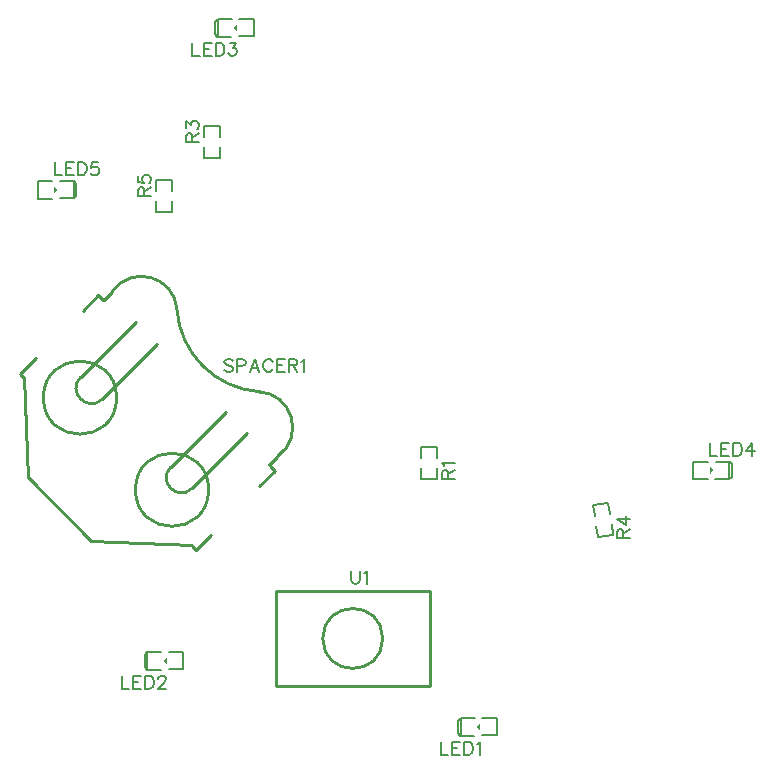
<source format=gto>
G04 Layer: TopSilkscreenLayer*
G04 EasyEDA v6.5.42, 2024-06-01 20:13:01*
G04 56b61418f79f422a81827ce91bc8f804,a42f065a0689404bb1480e5e311d6757,10*
G04 Gerber Generator version 0.2*
G04 Scale: 100 percent, Rotated: No, Reflected: No *
G04 Dimensions in millimeters *
G04 leading zeros omitted , absolute positions ,4 integer and 5 decimal *
%FSLAX45Y45*%
%MOMM*%

%ADD10C,0.1524*%
%ADD11C,0.1500*%
%ADD12C,0.2540*%

%LPD*%
D10*
X2489271Y7456347D02*
G01*
X2489271Y7347381D01*
X2489271Y7347381D02*
G01*
X2551501Y7347381D01*
X2585791Y7456347D02*
G01*
X2585791Y7347381D01*
X2585791Y7456347D02*
G01*
X2653355Y7456347D01*
X2585791Y7404531D02*
G01*
X2627447Y7404531D01*
X2585791Y7347381D02*
G01*
X2653355Y7347381D01*
X2687645Y7456347D02*
G01*
X2687645Y7347381D01*
X2687645Y7456347D02*
G01*
X2724221Y7456347D01*
X2739715Y7451267D01*
X2750129Y7440853D01*
X2755209Y7430439D01*
X2760543Y7414691D01*
X2760543Y7388783D01*
X2755209Y7373289D01*
X2750129Y7362875D01*
X2739715Y7352461D01*
X2724221Y7347381D01*
X2687645Y7347381D01*
X2805247Y7456347D02*
G01*
X2862397Y7456347D01*
X2831155Y7414691D01*
X2846649Y7414691D01*
X2857063Y7409611D01*
X2862397Y7404531D01*
X2867477Y7388783D01*
X2867477Y7378369D01*
X2862397Y7362875D01*
X2851983Y7352461D01*
X2836235Y7347381D01*
X2820741Y7347381D01*
X2805247Y7352461D01*
X2799913Y7357541D01*
X2794833Y7367955D01*
X6873425Y4069918D02*
G01*
X6873425Y3960952D01*
X6873425Y3960952D02*
G01*
X6935655Y3960952D01*
X6969945Y4069918D02*
G01*
X6969945Y3960952D01*
X6969945Y4069918D02*
G01*
X7037509Y4069918D01*
X6969945Y4018102D02*
G01*
X7011601Y4018102D01*
X6969945Y3960952D02*
G01*
X7037509Y3960952D01*
X7071799Y4069918D02*
G01*
X7071799Y3960952D01*
X7071799Y4069918D02*
G01*
X7108375Y4069918D01*
X7123869Y4064838D01*
X7134283Y4054424D01*
X7139363Y4044010D01*
X7144697Y4028262D01*
X7144697Y4002354D01*
X7139363Y3986860D01*
X7134283Y3976446D01*
X7123869Y3966032D01*
X7108375Y3960952D01*
X7071799Y3960952D01*
X7230803Y4069918D02*
G01*
X7178987Y3997274D01*
X7256965Y3997274D01*
X7230803Y4069918D02*
G01*
X7230803Y3960952D01*
X1323525Y6444818D02*
G01*
X1323525Y6335852D01*
X1323525Y6335852D02*
G01*
X1385755Y6335852D01*
X1420045Y6444818D02*
G01*
X1420045Y6335852D01*
X1420045Y6444818D02*
G01*
X1487609Y6444818D01*
X1420045Y6393002D02*
G01*
X1461701Y6393002D01*
X1420045Y6335852D02*
G01*
X1487609Y6335852D01*
X1521899Y6444818D02*
G01*
X1521899Y6335852D01*
X1521899Y6444818D02*
G01*
X1558475Y6444818D01*
X1573969Y6439738D01*
X1584383Y6429324D01*
X1589463Y6418910D01*
X1594797Y6403162D01*
X1594797Y6377254D01*
X1589463Y6361760D01*
X1584383Y6351346D01*
X1573969Y6340932D01*
X1558475Y6335852D01*
X1521899Y6335852D01*
X1691317Y6444818D02*
G01*
X1639501Y6444818D01*
X1634167Y6398082D01*
X1639501Y6403162D01*
X1654995Y6408496D01*
X1670489Y6408496D01*
X1686237Y6403162D01*
X1696651Y6393002D01*
X1701731Y6377254D01*
X1701731Y6366840D01*
X1696651Y6351346D01*
X1686237Y6340932D01*
X1670489Y6335852D01*
X1654995Y6335852D01*
X1639501Y6340932D01*
X1634167Y6346012D01*
X1629087Y6356426D01*
X4603750Y3765804D02*
G01*
X4712715Y3765804D01*
X4603750Y3765804D02*
G01*
X4603750Y3812539D01*
X4608829Y3828034D01*
X4614163Y3833368D01*
X4624577Y3838447D01*
X4634991Y3838447D01*
X4645406Y3833368D01*
X4650486Y3828034D01*
X4655565Y3812539D01*
X4655565Y3765804D01*
X4655565Y3802126D02*
G01*
X4712715Y3838447D01*
X4624577Y3872737D02*
G01*
X4619243Y3883152D01*
X4603750Y3898900D01*
X4712715Y3898900D01*
X2437384Y6616700D02*
G01*
X2546350Y6616700D01*
X2437384Y6616700D02*
G01*
X2437384Y6663436D01*
X2442463Y6678929D01*
X2447797Y6684263D01*
X2458211Y6689344D01*
X2468625Y6689344D01*
X2479040Y6684263D01*
X2484120Y6678929D01*
X2489200Y6663436D01*
X2489200Y6616700D01*
X2489200Y6653021D02*
G01*
X2546350Y6689344D01*
X2437384Y6734047D02*
G01*
X2437384Y6791197D01*
X2479040Y6760210D01*
X2479040Y6775704D01*
X2484120Y6786118D01*
X2489200Y6791197D01*
X2504947Y6796531D01*
X2515361Y6796531D01*
X2530856Y6791197D01*
X2541270Y6780784D01*
X2546350Y6765289D01*
X2546350Y6749795D01*
X2541270Y6734047D01*
X2536190Y6728968D01*
X2525775Y6723634D01*
X6085829Y3263902D02*
G01*
X6194795Y3263902D01*
X6085829Y3263902D02*
G01*
X6085829Y3310638D01*
X6090909Y3326132D01*
X6096243Y3331466D01*
X6106657Y3336546D01*
X6117071Y3336546D01*
X6127485Y3331466D01*
X6132565Y3326132D01*
X6137645Y3310638D01*
X6137645Y3263902D01*
X6137645Y3300224D02*
G01*
X6194795Y3336546D01*
X6085829Y3422906D02*
G01*
X6158473Y3370836D01*
X6158473Y3448814D01*
X6085829Y3422906D02*
G01*
X6194795Y3422906D01*
X2030984Y6159500D02*
G01*
X2139950Y6159500D01*
X2030984Y6159500D02*
G01*
X2030984Y6206236D01*
X2036063Y6221729D01*
X2041397Y6227063D01*
X2051811Y6232144D01*
X2062225Y6232144D01*
X2072640Y6227063D01*
X2077720Y6221729D01*
X2082800Y6206236D01*
X2082800Y6159500D01*
X2082800Y6195821D02*
G01*
X2139950Y6232144D01*
X2030984Y6328918D02*
G01*
X2030984Y6276847D01*
X2077720Y6271768D01*
X2072640Y6276847D01*
X2067306Y6292595D01*
X2067306Y6308089D01*
X2072640Y6323584D01*
X2082800Y6333997D01*
X2098547Y6339331D01*
X2108961Y6339331D01*
X2124456Y6333997D01*
X2134870Y6323584D01*
X2139950Y6308089D01*
X2139950Y6292595D01*
X2134870Y6276847D01*
X2129790Y6271768D01*
X2119375Y6266434D01*
X4593404Y1538147D02*
G01*
X4593404Y1429181D01*
X4593404Y1429181D02*
G01*
X4655634Y1429181D01*
X4689924Y1538147D02*
G01*
X4689924Y1429181D01*
X4689924Y1538147D02*
G01*
X4757488Y1538147D01*
X4689924Y1486331D02*
G01*
X4731580Y1486331D01*
X4689924Y1429181D02*
G01*
X4757488Y1429181D01*
X4791778Y1538147D02*
G01*
X4791778Y1429181D01*
X4791778Y1538147D02*
G01*
X4828354Y1538147D01*
X4843848Y1533067D01*
X4854262Y1522653D01*
X4859342Y1512239D01*
X4864676Y1496491D01*
X4864676Y1470583D01*
X4859342Y1455089D01*
X4854262Y1444675D01*
X4843848Y1434261D01*
X4828354Y1429181D01*
X4791778Y1429181D01*
X4898966Y1517319D02*
G01*
X4909380Y1522653D01*
X4924874Y1538147D01*
X4924874Y1429181D01*
X1892366Y2096947D02*
G01*
X1892366Y1987981D01*
X1892366Y1987981D02*
G01*
X1954596Y1987981D01*
X1988886Y2096947D02*
G01*
X1988886Y1987981D01*
X1988886Y2096947D02*
G01*
X2056450Y2096947D01*
X1988886Y2045131D02*
G01*
X2030542Y2045131D01*
X1988886Y1987981D02*
G01*
X2056450Y1987981D01*
X2090740Y2096947D02*
G01*
X2090740Y1987981D01*
X2090740Y2096947D02*
G01*
X2127316Y2096947D01*
X2142810Y2091867D01*
X2153224Y2081453D01*
X2158304Y2071039D01*
X2163638Y2055291D01*
X2163638Y2029383D01*
X2158304Y2013889D01*
X2153224Y2003475D01*
X2142810Y1993061D01*
X2127316Y1987981D01*
X2090740Y1987981D01*
X2203008Y2071039D02*
G01*
X2203008Y2076119D01*
X2208342Y2086533D01*
X2213422Y2091867D01*
X2223836Y2096947D01*
X2244664Y2096947D01*
X2255078Y2091867D01*
X2260158Y2086533D01*
X2265492Y2076119D01*
X2265492Y2065705D01*
X2260158Y2055291D01*
X2249744Y2039797D01*
X2197928Y1987981D01*
X2270572Y1987981D01*
X2833578Y4762527D02*
G01*
X2823164Y4772941D01*
X2807670Y4778021D01*
X2786842Y4778021D01*
X2771348Y4772941D01*
X2760934Y4762527D01*
X2760934Y4752113D01*
X2766014Y4741699D01*
X2771348Y4736365D01*
X2781762Y4731285D01*
X2813004Y4720871D01*
X2823164Y4715791D01*
X2828498Y4710457D01*
X2833578Y4700043D01*
X2833578Y4684549D01*
X2823164Y4674135D01*
X2807670Y4669055D01*
X2786842Y4669055D01*
X2771348Y4674135D01*
X2760934Y4684549D01*
X2867868Y4778021D02*
G01*
X2867868Y4669055D01*
X2867868Y4778021D02*
G01*
X2914604Y4778021D01*
X2930352Y4772941D01*
X2935432Y4767607D01*
X2940766Y4757193D01*
X2940766Y4741699D01*
X2935432Y4731285D01*
X2930352Y4726205D01*
X2914604Y4720871D01*
X2867868Y4720871D01*
X3016458Y4778021D02*
G01*
X2975056Y4669055D01*
X3016458Y4778021D02*
G01*
X3058114Y4669055D01*
X2990550Y4705377D02*
G01*
X3042620Y4705377D01*
X3170382Y4752113D02*
G01*
X3165048Y4762527D01*
X3154634Y4772941D01*
X3144474Y4778021D01*
X3123646Y4778021D01*
X3113232Y4772941D01*
X3102818Y4762527D01*
X3097484Y4752113D01*
X3092404Y4736365D01*
X3092404Y4710457D01*
X3097484Y4694963D01*
X3102818Y4684549D01*
X3113232Y4674135D01*
X3123646Y4669055D01*
X3144474Y4669055D01*
X3154634Y4674135D01*
X3165048Y4684549D01*
X3170382Y4694963D01*
X3204672Y4778021D02*
G01*
X3204672Y4669055D01*
X3204672Y4778021D02*
G01*
X3272236Y4778021D01*
X3204672Y4726205D02*
G01*
X3246074Y4726205D01*
X3204672Y4669055D02*
G01*
X3272236Y4669055D01*
X3306526Y4778021D02*
G01*
X3306526Y4669055D01*
X3306526Y4778021D02*
G01*
X3353262Y4778021D01*
X3368756Y4772941D01*
X3374090Y4767607D01*
X3379170Y4757193D01*
X3379170Y4746779D01*
X3374090Y4736365D01*
X3368756Y4731285D01*
X3353262Y4726205D01*
X3306526Y4726205D01*
X3342848Y4726205D02*
G01*
X3379170Y4669055D01*
X3413460Y4757193D02*
G01*
X3423874Y4762527D01*
X3439368Y4778021D01*
X3439368Y4669055D01*
X3835285Y2985515D02*
G01*
X3835285Y2907537D01*
X3840365Y2892044D01*
X3850779Y2881629D01*
X3866527Y2876550D01*
X3876941Y2876550D01*
X3892435Y2881629D01*
X3902849Y2892044D01*
X3907929Y2907537D01*
X3907929Y2985515D01*
X3942219Y2964687D02*
G01*
X3952633Y2970021D01*
X3968381Y2985515D01*
X3968381Y2876550D01*
G36*
X2869488Y7617866D02*
G01*
X2843530Y7581900D01*
X2868523Y7545882D01*
G37*
G36*
X6872376Y3871417D02*
G01*
X6871411Y3799433D01*
X6897370Y3835400D01*
G37*
G36*
X1322476Y6246317D02*
G01*
X1321511Y6174333D01*
X1347470Y6210300D01*
G37*
G36*
X4926888Y1699666D02*
G01*
X4900930Y1663700D01*
X4925923Y1627682D01*
G37*
G36*
X2272588Y2258466D02*
G01*
X2246630Y2222500D01*
X2271623Y2186482D01*
G37*
D11*
X2820499Y7508900D02*
G01*
X2705501Y7508900D01*
X2705501Y7653898D01*
X2825501Y7653898D01*
X2887499Y7654899D02*
G01*
X3011500Y7654899D01*
X3011500Y7509901D01*
X2887499Y7509901D01*
X2705501Y7508900D02*
G01*
X2702499Y7508900D01*
X2682499Y7528900D01*
X2682499Y7630899D01*
X2685501Y7633898D01*
X2705501Y7653898D01*
X6920400Y3908399D02*
G01*
X7035398Y3908399D01*
X7035398Y3763401D01*
X6915398Y3763401D01*
X6853400Y3762400D02*
G01*
X6729399Y3762400D01*
X6729399Y3907398D01*
X6853400Y3907398D01*
X7035398Y3908399D02*
G01*
X7038400Y3908399D01*
X7058400Y3888399D01*
X7058400Y3786400D01*
X7055398Y3783401D01*
X7035398Y3763401D01*
X1370500Y6283299D02*
G01*
X1485498Y6283299D01*
X1485498Y6138301D01*
X1365498Y6138301D01*
X1303500Y6137300D02*
G01*
X1179499Y6137300D01*
X1179499Y6282298D01*
X1303500Y6282298D01*
X1485498Y6283299D02*
G01*
X1488500Y6283299D01*
X1508500Y6263299D01*
X1508500Y6161300D01*
X1505498Y6158301D01*
X1485498Y6138301D01*
D10*
X4429739Y3856278D02*
G01*
X4429739Y3760391D01*
X4561860Y3760391D01*
X4561860Y3856278D01*
X4429739Y3941521D02*
G01*
X4429739Y4037408D01*
X4561860Y4037408D01*
X4561860Y3941521D01*
X2720360Y6659321D02*
G01*
X2720360Y6755208D01*
X2588239Y6755208D01*
X2588239Y6659321D01*
X2720360Y6574078D02*
G01*
X2720360Y6478191D01*
X2588239Y6478191D01*
X2588239Y6574078D01*
X5910419Y3363869D02*
G01*
X5925421Y3269162D01*
X6055913Y3289830D01*
X6040915Y3384537D01*
X5897084Y3448062D02*
G01*
X5882086Y3542769D01*
X6012578Y3563437D01*
X6027580Y3468730D01*
X2313960Y6202121D02*
G01*
X2313960Y6298008D01*
X2181839Y6298008D01*
X2181839Y6202121D01*
X2313960Y6116878D02*
G01*
X2313960Y6020991D01*
X2181839Y6020991D01*
X2181839Y6116878D01*
D11*
X4877899Y1590700D02*
G01*
X4762901Y1590700D01*
X4762901Y1735698D01*
X4882901Y1735698D01*
X4944899Y1736699D02*
G01*
X5068900Y1736699D01*
X5068900Y1591701D01*
X4944899Y1591701D01*
X4762901Y1590700D02*
G01*
X4759899Y1590700D01*
X4739899Y1610700D01*
X4739899Y1712699D01*
X4742901Y1715698D01*
X4762901Y1735698D01*
X2223599Y2149500D02*
G01*
X2108601Y2149500D01*
X2108601Y2294498D01*
X2228601Y2294498D01*
X2290599Y2295499D02*
G01*
X2414600Y2295499D01*
X2414600Y2150501D01*
X2290599Y2150501D01*
X2108601Y2149500D02*
G01*
X2105599Y2149500D01*
X2085599Y2169500D01*
X2085599Y2271499D01*
X2088601Y2274498D01*
X2108601Y2294498D01*
D12*
X1544238Y4626155D02*
G01*
X2009416Y5091333D01*
X1729231Y4441162D02*
G01*
X2194410Y4906340D01*
X2307562Y3862831D02*
G01*
X2772740Y4328010D01*
X2487168Y3683228D02*
G01*
X2952343Y4148404D01*
X1104206Y3769438D02*
G01*
X1632247Y3241400D01*
X2483573Y3201885D01*
X1066490Y4622563D02*
G01*
X1100615Y3773030D01*
X1736417Y5278122D02*
G01*
X1695107Y5319430D01*
X1560403Y5184726D01*
X1064694Y4620768D02*
G01*
X1030569Y4654892D01*
X1165273Y4789596D01*
X3144522Y3870017D02*
G01*
X3185830Y3828707D01*
X3058309Y3701188D01*
X2487168Y3198294D02*
G01*
X2521292Y3164169D01*
X2648811Y3291690D01*
X1738213Y5279918D02*
G01*
X1808259Y5349963D01*
X3144522Y3887978D02*
G01*
X3207382Y3950840D01*
X3198075Y2812999D02*
G01*
X4498073Y2812999D01*
X4498073Y2013000D01*
X3198075Y2013000D01*
X3198075Y2812999D01*
G75*
G01*
X1544638Y4625759D02*
G03*
X1729897Y4440497I92811J-92450D01*
G75*
G01*
X2306897Y3863497D02*
G03*
X2486500Y3683894I90151J-89451D01*
G75*
G01*
X3144883Y3871882D02*
G02*
X3144883Y3888527I8324J8322D01*
G75*
G01*
X1815236Y5353957D02*
G02*
X2359500Y5206726I244400J-176134D01*
G75*
G01*
X3211022Y3954173D02*
G03*
X3042536Y4502290I-172409J246957D01*
G75*
G01*
X2358728Y5201455D02*
G03*
X3063156Y4501959I752130J52988D01*
G75*
G01
X1848731Y4451937D02*
G03X1848731Y4451937I-309880J0D01*
G75*
G01
X2628217Y3672451D02*
G03X2628217Y3672451I-309880J0D01*
G75*
G01
X4102087Y2413000D02*
G03X4102087Y2413000I-254000J0D01*
M02*

</source>
